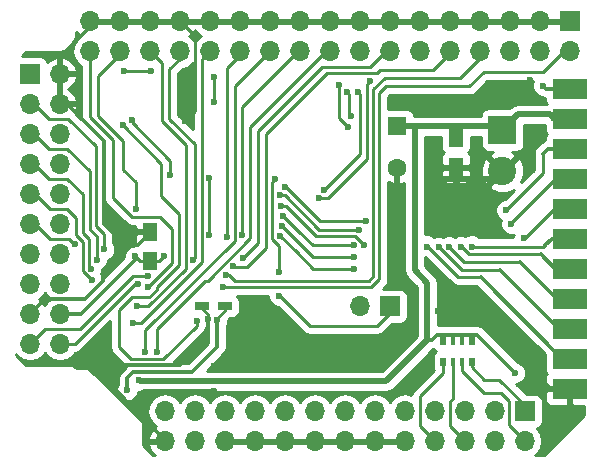
<source format=gbl>
G04 #@! TF.FileFunction,Copper,L2,Bot,Signal*
%FSLAX46Y46*%
G04 Gerber Fmt 4.6, Leading zero omitted, Abs format (unit mm)*
G04 Created by KiCad (PCBNEW 4.0.6) date Mon Aug 28 16:48:00 2017*
%MOMM*%
%LPD*%
G01*
G04 APERTURE LIST*
%ADD10C,0.100000*%
%ADD11C,2.400000*%
%ADD12R,2.400000X2.400000*%
%ADD13R,3.000000X1.700000*%
%ADD14R,1.250000X1.500000*%
%ADD15R,1.200000X0.750000*%
%ADD16R,1.600000X1.600000*%
%ADD17C,1.600000*%
%ADD18R,1.700000X1.700000*%
%ADD19O,1.700000X1.700000*%
%ADD20R,0.500000X0.800000*%
%ADD21R,0.400000X0.800000*%
%ADD22C,0.600000*%
%ADD23C,0.250000*%
%ADD24C,0.325000*%
%ADD25C,0.500000*%
%ADD26C,0.254000*%
G04 APERTURE END LIST*
D10*
D11*
X172085000Y-108585000D03*
D12*
X172085000Y-105085000D03*
D13*
X177800000Y-101600000D03*
X177800000Y-104140000D03*
X177800000Y-106680000D03*
X177800000Y-109220000D03*
X177800000Y-111760000D03*
X177800000Y-114300000D03*
X177800000Y-116840000D03*
X177800000Y-119380000D03*
X177800000Y-121920000D03*
X177800000Y-124460000D03*
X177800000Y-127000000D03*
D14*
X142240000Y-116205000D03*
X142240000Y-113705000D03*
D15*
X148585000Y-120015000D03*
X146685000Y-120015000D03*
D16*
X163195000Y-104775000D03*
D17*
X163195000Y-108275000D03*
D18*
X132080000Y-100330000D03*
D19*
X134620000Y-100330000D03*
X132080000Y-102870000D03*
X134620000Y-102870000D03*
X132080000Y-105410000D03*
X134620000Y-105410000D03*
X132080000Y-107950000D03*
X134620000Y-107950000D03*
X132080000Y-110490000D03*
X134620000Y-110490000D03*
X132080000Y-113030000D03*
X134620000Y-113030000D03*
X132080000Y-115570000D03*
X134620000Y-115570000D03*
X132080000Y-118110000D03*
X134620000Y-118110000D03*
X132080000Y-120650000D03*
X134620000Y-120650000D03*
X132080000Y-123190000D03*
X134620000Y-123190000D03*
D18*
X177800000Y-95885000D03*
D19*
X177800000Y-98425000D03*
X175260000Y-95885000D03*
X175260000Y-98425000D03*
X172720000Y-95885000D03*
X172720000Y-98425000D03*
X170180000Y-95885000D03*
X170180000Y-98425000D03*
X167640000Y-95885000D03*
X167640000Y-98425000D03*
X165100000Y-95885000D03*
X165100000Y-98425000D03*
X162560000Y-95885000D03*
X162560000Y-98425000D03*
X160020000Y-95885000D03*
X160020000Y-98425000D03*
X157480000Y-95885000D03*
X157480000Y-98425000D03*
X154940000Y-95885000D03*
X154940000Y-98425000D03*
X152400000Y-95885000D03*
X152400000Y-98425000D03*
X149860000Y-95885000D03*
X149860000Y-98425000D03*
X147320000Y-95885000D03*
X147320000Y-98425000D03*
X144780000Y-95885000D03*
X144780000Y-98425000D03*
X142240000Y-95885000D03*
X142240000Y-98425000D03*
X139700000Y-95885000D03*
X139700000Y-98425000D03*
X137160000Y-95885000D03*
X137160000Y-98425000D03*
D18*
X162560000Y-120015000D03*
D19*
X160020000Y-120015000D03*
D18*
X173990000Y-128905000D03*
D19*
X173990000Y-131445000D03*
X171450000Y-128905000D03*
X171450000Y-131445000D03*
X168910000Y-128905000D03*
X168910000Y-131445000D03*
X166370000Y-128905000D03*
X166370000Y-131445000D03*
X163830000Y-128905000D03*
X163830000Y-131445000D03*
X161290000Y-128905000D03*
X161290000Y-131445000D03*
X158750000Y-128905000D03*
X158750000Y-131445000D03*
X156210000Y-128905000D03*
X156210000Y-131445000D03*
X153670000Y-128905000D03*
X153670000Y-131445000D03*
X151130000Y-128905000D03*
X151130000Y-131445000D03*
X148590000Y-128905000D03*
X148590000Y-131445000D03*
X146050000Y-128905000D03*
X146050000Y-131445000D03*
X143510000Y-128905000D03*
X143510000Y-131445000D03*
D20*
X169475000Y-124725000D03*
D21*
X167875000Y-124725000D03*
X168675000Y-124725000D03*
D20*
X167075000Y-124725000D03*
D21*
X168675000Y-122925000D03*
D20*
X169475000Y-122925000D03*
D21*
X167875000Y-122925000D03*
D20*
X167075000Y-122925000D03*
D14*
X168148000Y-105747500D03*
X168148000Y-108247500D03*
D22*
X140017500Y-100076000D03*
X147701000Y-100647500D03*
X147256500Y-113982500D03*
X140335000Y-127127000D03*
X143446500Y-115760500D03*
X142367000Y-100076000D03*
X147701000Y-102743000D03*
X147256500Y-109156500D03*
X147955000Y-121221500D03*
X140970000Y-115760500D03*
X174434500Y-100901500D03*
X174434500Y-102743000D03*
X165862000Y-109220000D03*
X175062000Y-105735000D03*
X147637500Y-127190500D03*
X164528500Y-120459500D03*
X166624000Y-120459500D03*
X133921500Y-124904500D03*
X147637500Y-125095000D03*
X145224500Y-104330500D03*
X147129500Y-121094500D03*
X140843000Y-114871500D03*
X141351000Y-126301500D03*
X173164500Y-125666500D03*
X138366500Y-115189000D03*
X137731500Y-116078000D03*
X137287000Y-116840000D03*
X137350500Y-117792500D03*
X135890000Y-114744500D03*
X142113000Y-117475000D03*
X141224000Y-118110000D03*
X172402500Y-111887000D03*
X172847000Y-113030000D03*
X173926500Y-114236500D03*
X169545000Y-114998500D03*
X168592500Y-114998500D03*
X167576500Y-114998500D03*
X166687500Y-114998500D03*
X165671500Y-114998500D03*
X158940500Y-101854000D03*
X159258000Y-103886000D03*
X159004000Y-104838500D03*
X158242000Y-101282500D03*
X160528000Y-112839500D03*
X153670000Y-109918500D03*
X159956500Y-113538000D03*
X153225500Y-110617000D03*
X160401000Y-114871500D03*
X153352500Y-111569500D03*
X159512000Y-114871500D03*
X153543000Y-112395000D03*
X159512000Y-115824000D03*
X153416000Y-113220500D03*
X159512000Y-116840000D03*
X153289000Y-114046000D03*
X175514000Y-101346000D03*
X148463000Y-118427500D03*
X148653500Y-117348000D03*
X149288500Y-116586000D03*
X160909000Y-100965000D03*
X156527500Y-110871000D03*
X150114000Y-115951000D03*
X159829500Y-101854000D03*
X156972000Y-110172500D03*
X142811500Y-123888500D03*
X150050500Y-113982500D03*
X141859000Y-123888500D03*
X148780500Y-114173000D03*
X140779500Y-121412000D03*
X145923000Y-116078000D03*
X141160500Y-120015000D03*
X141033500Y-111823500D03*
X142113000Y-118364000D03*
X152844500Y-109220000D03*
X140716000Y-104267000D03*
X143954500Y-108902500D03*
X153162000Y-117094000D03*
X153162000Y-119126000D03*
X139954000Y-104711500D03*
X146240500Y-121285000D03*
D23*
X147955000Y-121221500D02*
X147955000Y-121031000D01*
X147955000Y-121031000D02*
X148585000Y-120401000D01*
X148585000Y-120401000D02*
X148585000Y-120015000D01*
X142367000Y-100076000D02*
X140017500Y-100076000D01*
X147701000Y-100647500D02*
X147701000Y-102743000D01*
X147256500Y-113982500D02*
X147256500Y-109156500D01*
D24*
X140335000Y-127127000D02*
X140335000Y-126111000D01*
X140335000Y-126111000D02*
X140843000Y-125603000D01*
X140843000Y-125603000D02*
X145796000Y-125603000D01*
X145796000Y-125603000D02*
X147955000Y-123444000D01*
X147955000Y-123444000D02*
X147955000Y-121221500D01*
D23*
X143446500Y-115760500D02*
X143002000Y-116205000D01*
X143002000Y-116205000D02*
X142240000Y-116205000D01*
D24*
X136398000Y-120650000D02*
X140970000Y-116078000D01*
X140970000Y-116078000D02*
X140970000Y-115760500D01*
X134620000Y-120650000D02*
X136398000Y-120650000D01*
D23*
X140970000Y-115760500D02*
X141414500Y-116205000D01*
X141414500Y-116205000D02*
X142240000Y-116205000D01*
D25*
X174434500Y-102743000D02*
X174434500Y-100901500D01*
D23*
X147129500Y-121094500D02*
X147129500Y-120713500D01*
X147129500Y-120713500D02*
X146685000Y-120269000D01*
X146685000Y-120269000D02*
X146685000Y-120015000D01*
D25*
X165925500Y-109283500D02*
X168148000Y-109283500D01*
X168148000Y-109283500D02*
X171386500Y-109283500D01*
X168148000Y-108247500D02*
X168148000Y-109283500D01*
D24*
X177800000Y-127000000D02*
X176212500Y-127000000D01*
X176212500Y-127000000D02*
X169672000Y-120459500D01*
X169672000Y-120459500D02*
X166624000Y-120459500D01*
D25*
X165862000Y-109220000D02*
X165925500Y-109283500D01*
X171386500Y-109283500D02*
X172085000Y-108585000D01*
X172085000Y-108585000D02*
X172212000Y-108585000D01*
X172212000Y-108585000D02*
X175062000Y-105735000D01*
X163195000Y-117475000D02*
X163195000Y-108275000D01*
D24*
X137731500Y-125158500D02*
X137731500Y-124968000D01*
X137731500Y-124968000D02*
X137795000Y-125031500D01*
X137795000Y-125031500D02*
X144780000Y-125031500D01*
X144780000Y-125031500D02*
X147129500Y-122682000D01*
X147129500Y-122682000D02*
X147129500Y-121094500D01*
D25*
X147637500Y-127190500D02*
X147574000Y-127254000D01*
X147574000Y-127254000D02*
X141732000Y-127254000D01*
X141732000Y-127254000D02*
X140589000Y-128397000D01*
X164528500Y-118681500D02*
X164528500Y-120459500D01*
X164528500Y-120459500D02*
X164528500Y-122047000D01*
X135826500Y-124904500D02*
X133921500Y-124904500D01*
X136080500Y-125158500D02*
X135826500Y-124904500D01*
D24*
X137731500Y-125539500D02*
X137731500Y-125158500D01*
D25*
X137731500Y-125158500D02*
X136080500Y-125158500D01*
D24*
X143510000Y-131318000D02*
X140589000Y-128397000D01*
X140589000Y-128397000D02*
X137731500Y-125539500D01*
D25*
X164528500Y-122047000D02*
X161480500Y-125095000D01*
X161480500Y-125095000D02*
X147637500Y-125095000D01*
X163322000Y-117475000D02*
X164528500Y-118681500D01*
X163195000Y-117475000D02*
X163322000Y-117475000D01*
D23*
X145224500Y-104330500D02*
X146050000Y-103505000D01*
X146050000Y-103505000D02*
X146050000Y-97155000D01*
X146050000Y-97155000D02*
X144780000Y-95885000D01*
D24*
X143510000Y-131445000D02*
X143510000Y-131318000D01*
X175260000Y-95885000D02*
X177800000Y-95885000D01*
X172720000Y-95885000D02*
X175260000Y-95885000D01*
X170180000Y-95885000D02*
X172720000Y-95885000D01*
X167640000Y-95885000D02*
X170180000Y-95885000D01*
X165100000Y-95885000D02*
X167640000Y-95885000D01*
X162560000Y-95885000D02*
X165100000Y-95885000D01*
X160020000Y-95885000D02*
X162560000Y-95885000D01*
X157480000Y-95885000D02*
X160020000Y-95885000D01*
X154940000Y-95885000D02*
X157480000Y-95885000D01*
X152400000Y-95885000D02*
X154940000Y-95885000D01*
X149860000Y-95885000D02*
X152400000Y-95885000D01*
X147320000Y-95885000D02*
X149860000Y-95885000D01*
X144780000Y-95885000D02*
X147320000Y-95885000D01*
X142240000Y-95885000D02*
X144780000Y-95885000D01*
X139700000Y-95885000D02*
X142240000Y-95885000D01*
X137160000Y-95885000D02*
X139700000Y-95885000D01*
X134620000Y-98933000D02*
X137160000Y-96393000D01*
X137160000Y-96393000D02*
X137160000Y-95885000D01*
X134620000Y-100330000D02*
X134620000Y-98933000D01*
X138366500Y-106045000D02*
X135191500Y-102870000D01*
X135191500Y-102870000D02*
X134620000Y-102870000D01*
X138366500Y-113030000D02*
X138366500Y-106045000D01*
X140208000Y-114871500D02*
X138366500Y-113030000D01*
X140843000Y-114871500D02*
X140208000Y-114871500D01*
D25*
X134620000Y-102870000D02*
X134620000Y-100330000D01*
D24*
X136779000Y-119380000D02*
X133350000Y-119380000D01*
X133350000Y-119380000D02*
X132080000Y-120650000D01*
X138303000Y-117856000D02*
X136779000Y-119380000D01*
X138303000Y-117284500D02*
X138303000Y-117856000D01*
X140716000Y-114871500D02*
X138303000Y-117284500D01*
X140843000Y-114871500D02*
X140716000Y-114871500D01*
D23*
X140906500Y-114808000D02*
X141137000Y-114808000D01*
X141137000Y-114808000D02*
X142240000Y-113705000D01*
X140843000Y-114871500D02*
X140906500Y-114808000D01*
D25*
X176085500Y-103759000D02*
X173411000Y-103759000D01*
X173411000Y-103759000D02*
X172085000Y-105085000D01*
X176466500Y-104140000D02*
X176085500Y-103759000D01*
X177800000Y-104140000D02*
X176466500Y-104140000D01*
X164655500Y-104775000D02*
X168084500Y-104775000D01*
X168084500Y-104775000D02*
X171775000Y-104775000D01*
X168148000Y-105747500D02*
X168148000Y-104838500D01*
X168148000Y-104838500D02*
X168084500Y-104775000D01*
X165735000Y-122872500D02*
X165735000Y-118046500D01*
X165735000Y-118046500D02*
X164655500Y-116967000D01*
X164655500Y-116967000D02*
X164655500Y-104775000D01*
X171775000Y-104775000D02*
X172085000Y-105085000D01*
X164655500Y-104775000D02*
X163195000Y-104775000D01*
X141351000Y-126301500D02*
X141414500Y-126365000D01*
X141414500Y-126365000D02*
X162242500Y-126365000D01*
X162242500Y-126365000D02*
X165735000Y-122872500D01*
D24*
X168592500Y-122428000D02*
X169418000Y-122428000D01*
X169418000Y-122428000D02*
X169926000Y-122428000D01*
D23*
X169475000Y-122925000D02*
X169475000Y-122485000D01*
X169475000Y-122485000D02*
X169418000Y-122428000D01*
D24*
X167894000Y-122428000D02*
X168592500Y-122428000D01*
D23*
X168675000Y-122925000D02*
X168675000Y-122510500D01*
X168675000Y-122510500D02*
X168592500Y-122428000D01*
D24*
X167068500Y-122428000D02*
X167894000Y-122428000D01*
D23*
X167875000Y-122925000D02*
X167875000Y-122447000D01*
X167875000Y-122447000D02*
X167894000Y-122428000D01*
D24*
X166560500Y-122428000D02*
X167068500Y-122428000D01*
D23*
X167075000Y-122925000D02*
X167075000Y-122434500D01*
X167075000Y-122434500D02*
X167068500Y-122428000D01*
D24*
X169926000Y-122428000D02*
X173164500Y-125666500D01*
X166116000Y-122872500D02*
X166560500Y-122428000D01*
X165735000Y-122872500D02*
X166116000Y-122872500D01*
D23*
X132080000Y-102870000D02*
X132461000Y-102870000D01*
X132461000Y-102870000D02*
X133731000Y-104140000D01*
X133731000Y-104140000D02*
X135318500Y-104140000D01*
X135318500Y-104140000D02*
X137668000Y-106489500D01*
X137668000Y-106489500D02*
X137668000Y-113220500D01*
X137668000Y-113220500D02*
X138366500Y-113919000D01*
X138366500Y-113919000D02*
X138366500Y-115189000D01*
X132080000Y-105410000D02*
X132461000Y-105410000D01*
X132461000Y-105410000D02*
X133731000Y-106680000D01*
X133731000Y-106680000D02*
X135255000Y-106680000D01*
X135255000Y-106680000D02*
X137160000Y-108585000D01*
X137160000Y-108585000D02*
X137160000Y-113538000D01*
X137160000Y-113538000D02*
X137731500Y-114109500D01*
X137731500Y-114109500D02*
X137731500Y-116078000D01*
X137287000Y-116840000D02*
X137096500Y-116649500D01*
X137096500Y-116649500D02*
X137096500Y-114363500D01*
X137096500Y-114363500D02*
X136588500Y-113855500D01*
X136588500Y-113855500D02*
X136588500Y-110553500D01*
X136588500Y-110553500D02*
X135255000Y-109220000D01*
X135255000Y-109220000D02*
X133667500Y-109220000D01*
X133667500Y-109220000D02*
X132397500Y-107950000D01*
X132397500Y-107950000D02*
X132080000Y-107950000D01*
X137350500Y-117792500D02*
X136588500Y-117030500D01*
X136588500Y-117030500D02*
X136588500Y-114554000D01*
X136588500Y-114554000D02*
X136017000Y-113982500D01*
X136017000Y-113982500D02*
X136017000Y-112522000D01*
X136017000Y-112522000D02*
X135255000Y-111760000D01*
X135255000Y-111760000D02*
X133794500Y-111760000D01*
X133794500Y-111760000D02*
X132524500Y-110490000D01*
X132524500Y-110490000D02*
X132080000Y-110490000D01*
X135890000Y-114744500D02*
X135826500Y-114744500D01*
X135826500Y-114744500D02*
X135382000Y-114300000D01*
X135382000Y-114300000D02*
X133794500Y-114300000D01*
X133794500Y-114300000D02*
X132524500Y-113030000D01*
X132524500Y-113030000D02*
X132080000Y-113030000D01*
X142113000Y-117475000D02*
X140779500Y-117475000D01*
X140779500Y-117475000D02*
X136334500Y-121920000D01*
X136334500Y-121920000D02*
X133350000Y-121920000D01*
X133350000Y-121920000D02*
X132080000Y-123190000D01*
X140970000Y-118110000D02*
X135890000Y-123190000D01*
X135890000Y-123190000D02*
X134620000Y-123190000D01*
X141224000Y-118110000D02*
X140970000Y-118110000D01*
D24*
X175514000Y-107124500D02*
X175958500Y-106680000D01*
X175958500Y-106680000D02*
X176085500Y-106680000D01*
X176085500Y-106680000D02*
X177800000Y-106680000D01*
D23*
X172402500Y-111887000D02*
X175514000Y-108775500D01*
X175514000Y-108775500D02*
X175514000Y-107124500D01*
D24*
X172847000Y-113030000D02*
X176657000Y-109220000D01*
D23*
X176657000Y-109220000D02*
X177800000Y-109220000D01*
X173926500Y-114236500D02*
X174053500Y-114236500D01*
D24*
X174053500Y-114236500D02*
X176530000Y-111760000D01*
D23*
X176530000Y-111760000D02*
X177800000Y-111760000D01*
X169545000Y-114998500D02*
X175577500Y-114998500D01*
X175577500Y-114998500D02*
X175704500Y-114871500D01*
D24*
X175704500Y-114871500D02*
X176276000Y-114300000D01*
X176276000Y-114300000D02*
X177800000Y-114300000D01*
X175323500Y-115633500D02*
X176530000Y-116840000D01*
D23*
X168592500Y-114998500D02*
X168656000Y-114998500D01*
X168656000Y-114998500D02*
X169291000Y-115633500D01*
X169291000Y-115633500D02*
X175323500Y-115633500D01*
X176530000Y-116840000D02*
X177800000Y-116840000D01*
X167576500Y-114998500D02*
X168846500Y-116268500D01*
X168846500Y-116268500D02*
X173609000Y-116268500D01*
D24*
X173609000Y-116268500D02*
X176720500Y-119380000D01*
D23*
X176720500Y-119380000D02*
X177800000Y-119380000D01*
X166687500Y-114998500D02*
X168656000Y-116967000D01*
X168656000Y-116967000D02*
X171894500Y-116967000D01*
D24*
X171894500Y-116967000D02*
X176847500Y-121920000D01*
D23*
X176847500Y-121920000D02*
X177800000Y-121920000D01*
X165671500Y-114998500D02*
X165798500Y-114998500D01*
X165798500Y-114998500D02*
X168338500Y-117538500D01*
X168338500Y-117538500D02*
X170243500Y-117538500D01*
D24*
X170243500Y-117538500D02*
X177165000Y-124460000D01*
D23*
X177165000Y-124460000D02*
X177800000Y-124460000D01*
X158940500Y-101854000D02*
X159131000Y-102044500D01*
X159131000Y-103759000D02*
X159258000Y-103886000D01*
X159131000Y-102044500D02*
X159131000Y-103759000D01*
X159004000Y-104838500D02*
X158242000Y-104076500D01*
X158242000Y-104076500D02*
X158242000Y-101282500D01*
X160528000Y-112839500D02*
X156654500Y-112839500D01*
X156654500Y-112839500D02*
X153733500Y-109918500D01*
X153733500Y-109918500D02*
X153670000Y-109918500D01*
X159956500Y-113538000D02*
X156591000Y-113538000D01*
X156591000Y-113538000D02*
X153670000Y-110617000D01*
X153670000Y-110617000D02*
X153543000Y-110617000D01*
X153543000Y-110617000D02*
X153225500Y-110617000D01*
X160401000Y-114871500D02*
X159639000Y-114109500D01*
X156337000Y-114109500D02*
X153797000Y-111569500D01*
X159639000Y-114109500D02*
X156337000Y-114109500D01*
X153797000Y-111569500D02*
X153352500Y-111569500D01*
X159512000Y-114871500D02*
X156019500Y-114871500D01*
X156019500Y-114871500D02*
X154876500Y-113728500D01*
X154876500Y-113728500D02*
X153543000Y-112395000D01*
X159512000Y-115824000D02*
X156019500Y-115824000D01*
X156019500Y-115824000D02*
X154749500Y-114554000D01*
X154749500Y-114554000D02*
X153416000Y-113220500D01*
X159512000Y-116840000D02*
X156083000Y-116840000D01*
X156083000Y-116840000D02*
X154622500Y-115379500D01*
X154622500Y-115379500D02*
X153289000Y-114046000D01*
D24*
X175514000Y-101346000D02*
X175768000Y-101600000D01*
X175768000Y-101600000D02*
X177800000Y-101600000D01*
D23*
X177800000Y-101600000D02*
X176657000Y-101600000D01*
X177800000Y-98425000D02*
X177292000Y-98425000D01*
X177292000Y-98425000D02*
X175514000Y-100203000D01*
X175514000Y-100203000D02*
X170497500Y-100203000D01*
X170497500Y-100203000D02*
X169291000Y-101409500D01*
X169291000Y-101409500D02*
X162242500Y-101409500D01*
X161671000Y-117729000D02*
X160972500Y-118427500D01*
X162242500Y-101409500D02*
X161671000Y-101981000D01*
X161671000Y-101981000D02*
X161671000Y-117729000D01*
X160972500Y-118427500D02*
X148463000Y-118427500D01*
X170180000Y-98425000D02*
X170180000Y-98996500D01*
X170180000Y-98996500D02*
X168465500Y-100711000D01*
X168465500Y-100711000D02*
X162115500Y-100711000D01*
X162115500Y-100711000D02*
X161163000Y-101663500D01*
X161163000Y-101663500D02*
X161163000Y-117475000D01*
X161163000Y-117475000D02*
X160782000Y-117856000D01*
X160782000Y-117856000D02*
X149479000Y-117856000D01*
X149479000Y-117856000D02*
X148971000Y-117348000D01*
X148971000Y-117348000D02*
X148653500Y-117348000D01*
X149288500Y-116586000D02*
X149415500Y-116713000D01*
X149415500Y-116713000D02*
X150431500Y-116713000D01*
X150431500Y-116713000D02*
X152082500Y-115062000D01*
X152082500Y-115062000D02*
X152082500Y-105410000D01*
X152082500Y-105410000D02*
X157226000Y-100266500D01*
X157226000Y-100266500D02*
X161480500Y-100266500D01*
X161480500Y-100266500D02*
X161734500Y-100012500D01*
X161734500Y-100012500D02*
X166179500Y-100012500D01*
X166179500Y-100012500D02*
X167640000Y-98552000D01*
X167640000Y-98552000D02*
X167640000Y-98425000D01*
X160909000Y-100965000D02*
X160591500Y-101282500D01*
X160591500Y-101282500D02*
X160591500Y-107569000D01*
X160591500Y-107569000D02*
X157289500Y-110871000D01*
X157289500Y-110871000D02*
X156527500Y-110871000D01*
X150114000Y-115951000D02*
X151384000Y-114681000D01*
X151384000Y-114681000D02*
X151384000Y-105156000D01*
X151384000Y-105156000D02*
X156781500Y-99758500D01*
X156781500Y-99758500D02*
X160909000Y-99758500D01*
X160909000Y-99758500D02*
X162242500Y-98425000D01*
X162242500Y-98425000D02*
X162560000Y-98425000D01*
X159829500Y-101854000D02*
X160020000Y-102044500D01*
X160020000Y-102044500D02*
X160020000Y-107124500D01*
X160020000Y-107124500D02*
X158242000Y-108902500D01*
X158242000Y-108902500D02*
X156972000Y-110172500D01*
X142811500Y-123888500D02*
X142811500Y-121983500D01*
X142811500Y-121983500D02*
X146939000Y-117856000D01*
X146939000Y-117856000D02*
X147129500Y-117856000D01*
X147129500Y-117856000D02*
X150749000Y-114236500D01*
X150749000Y-114236500D02*
X150749000Y-104838500D01*
X150749000Y-104838500D02*
X157162500Y-98425000D01*
X157162500Y-98425000D02*
X157480000Y-98425000D01*
X150050500Y-113982500D02*
X150050500Y-103187500D01*
X150050500Y-103187500D02*
X154813000Y-98425000D01*
X154813000Y-98425000D02*
X154940000Y-98425000D01*
X152400000Y-98425000D02*
X149415500Y-101409500D01*
X149415500Y-101409500D02*
X149415500Y-114490500D01*
X149415500Y-114490500D02*
X141859000Y-122047000D01*
X141859000Y-122047000D02*
X141859000Y-123888500D01*
X149860000Y-98425000D02*
X149860000Y-98742500D01*
X149860000Y-98742500D02*
X148780500Y-99822000D01*
X148780500Y-99822000D02*
X148780500Y-114173000D01*
X140779500Y-121412000D02*
X141478000Y-121412000D01*
X141478000Y-121412000D02*
X146621500Y-116268500D01*
X146621500Y-116268500D02*
X146621500Y-99123500D01*
X146621500Y-99123500D02*
X147320000Y-98425000D01*
X145923000Y-116078000D02*
X146050000Y-115951000D01*
X146050000Y-115951000D02*
X146050000Y-106299000D01*
X146050000Y-106299000D02*
X143891000Y-104140000D01*
X143891000Y-104140000D02*
X143891000Y-99949000D01*
X143891000Y-99949000D02*
X144780000Y-99060000D01*
X144780000Y-99060000D02*
X144780000Y-98425000D01*
X141160500Y-120015000D02*
X142113000Y-120015000D01*
X142113000Y-120015000D02*
X145288000Y-116840000D01*
X145288000Y-116840000D02*
X145288000Y-106362500D01*
X145288000Y-106362500D02*
X143256000Y-104330500D01*
X143256000Y-104330500D02*
X143256000Y-99441000D01*
X143256000Y-99441000D02*
X142240000Y-98425000D01*
X141033500Y-111823500D02*
X141033500Y-109537500D01*
X141033500Y-109537500D02*
X139954000Y-108458000D01*
X139954000Y-108458000D02*
X139954000Y-106045000D01*
X139954000Y-106045000D02*
X137858500Y-103949500D01*
X137858500Y-103949500D02*
X137858500Y-100520500D01*
X137858500Y-100520500D02*
X139700000Y-98679000D01*
X139700000Y-98679000D02*
X139700000Y-98425000D01*
X142113000Y-118364000D02*
X144145000Y-116332000D01*
X144145000Y-116332000D02*
X144145000Y-113474500D01*
X144145000Y-113474500D02*
X143129000Y-112458500D01*
X143129000Y-112458500D02*
X140716000Y-112458500D01*
X140716000Y-112458500D02*
X139128500Y-110871000D01*
X139128500Y-110871000D02*
X139128500Y-105981500D01*
X139128500Y-105981500D02*
X137160000Y-104013000D01*
X137160000Y-104013000D02*
X137160000Y-103505000D01*
X137160000Y-103505000D02*
X137160000Y-98425000D01*
X173990000Y-128905000D02*
X173990000Y-128397000D01*
X173990000Y-128397000D02*
X171831000Y-126238000D01*
X171831000Y-126238000D02*
X170561000Y-126238000D01*
X170561000Y-126238000D02*
X169475000Y-125152000D01*
X169475000Y-125152000D02*
X169475000Y-124725000D01*
X172656500Y-128079500D02*
X172656500Y-130111500D01*
X172656500Y-130111500D02*
X173990000Y-131445000D01*
X171958000Y-127381000D02*
X172656500Y-128079500D01*
X170561000Y-127381000D02*
X171958000Y-127381000D01*
X168675000Y-125495000D02*
X170561000Y-127381000D01*
X168675000Y-124725000D02*
X168675000Y-125495000D01*
X167640000Y-128079500D02*
X167640000Y-130175000D01*
X167640000Y-130175000D02*
X168910000Y-131445000D01*
X167875000Y-127844500D02*
X167640000Y-128079500D01*
X167875000Y-124725000D02*
X167875000Y-127844500D01*
X166370000Y-131445000D02*
X165100000Y-130175000D01*
X165100000Y-130175000D02*
X165100000Y-127635000D01*
X165100000Y-127635000D02*
X167075000Y-125660000D01*
X167075000Y-125660000D02*
X167075000Y-124725000D01*
X166370000Y-131445000D02*
X166370000Y-131254500D01*
X140716000Y-104267000D02*
X140716000Y-104457500D01*
X140716000Y-104457500D02*
X143954500Y-107696000D01*
X143954500Y-107696000D02*
X143954500Y-108902500D01*
X152844500Y-109220000D02*
X152590500Y-109474000D01*
X152590500Y-109474000D02*
X152590500Y-114363500D01*
X152590500Y-114363500D02*
X153162000Y-114935000D01*
X153162000Y-114935000D02*
X153162000Y-117094000D01*
X155765500Y-121666000D02*
X153225500Y-119126000D01*
X153225500Y-119126000D02*
X153162000Y-119126000D01*
X161480500Y-121666000D02*
X155765500Y-121666000D01*
X162560000Y-120586500D02*
X161480500Y-121666000D01*
X162560000Y-120015000D02*
X162560000Y-120586500D01*
X139954000Y-104711500D02*
X143192500Y-107950000D01*
X143192500Y-107950000D02*
X143192500Y-110680500D01*
X143192500Y-110680500D02*
X144716500Y-112204500D01*
X144716500Y-112204500D02*
X144716500Y-116522500D01*
X144716500Y-116522500D02*
X142811500Y-118427500D01*
X140652500Y-124523500D02*
X143383000Y-124523500D01*
X142811500Y-118427500D02*
X142811500Y-118618000D01*
X142811500Y-118618000D02*
X142176500Y-119253000D01*
X146240500Y-121666000D02*
X146240500Y-121285000D01*
X142176500Y-119253000D02*
X140716000Y-119253000D01*
X140716000Y-119253000D02*
X139636500Y-120332500D01*
X139636500Y-120332500D02*
X139636500Y-123507500D01*
X139636500Y-123507500D02*
X140652500Y-124523500D01*
X143383000Y-124523500D02*
X146240500Y-121666000D01*
D26*
G36*
X138876500Y-123507500D02*
X138934352Y-123798339D01*
X139099099Y-124044901D01*
X140115099Y-125060901D01*
X140200321Y-125117844D01*
X139771082Y-125547082D01*
X139598206Y-125805810D01*
X139537500Y-126111000D01*
X139537500Y-126609456D01*
X139400162Y-126940201D01*
X139399838Y-127312167D01*
X139541883Y-127655943D01*
X139804673Y-127919192D01*
X140148201Y-128061838D01*
X140520167Y-128062162D01*
X140863943Y-127920117D01*
X141127192Y-127657327D01*
X141269838Y-127313799D01*
X141269905Y-127236430D01*
X141346611Y-127236497D01*
X141414500Y-127250001D01*
X141414505Y-127250000D01*
X162242495Y-127250000D01*
X162242500Y-127250001D01*
X162524984Y-127193810D01*
X162581175Y-127182633D01*
X162868290Y-126990790D01*
X166207225Y-123651854D01*
X166272399Y-123638890D01*
X166360910Y-123776441D01*
X166430711Y-123824134D01*
X166373559Y-123860910D01*
X166228569Y-124073110D01*
X166177560Y-124325000D01*
X166177560Y-125125000D01*
X166221838Y-125360317D01*
X166252395Y-125407803D01*
X164562599Y-127097599D01*
X164397852Y-127344161D01*
X164367295Y-127497782D01*
X163830000Y-127390907D01*
X163261715Y-127503946D01*
X162779946Y-127825853D01*
X162560000Y-128155026D01*
X162340054Y-127825853D01*
X161858285Y-127503946D01*
X161290000Y-127390907D01*
X160721715Y-127503946D01*
X160239946Y-127825853D01*
X160020000Y-128155026D01*
X159800054Y-127825853D01*
X159318285Y-127503946D01*
X158750000Y-127390907D01*
X158181715Y-127503946D01*
X157699946Y-127825853D01*
X157480000Y-128155026D01*
X157260054Y-127825853D01*
X156778285Y-127503946D01*
X156210000Y-127390907D01*
X155641715Y-127503946D01*
X155159946Y-127825853D01*
X154940000Y-128155026D01*
X154720054Y-127825853D01*
X154238285Y-127503946D01*
X153670000Y-127390907D01*
X153101715Y-127503946D01*
X152619946Y-127825853D01*
X152400000Y-128155026D01*
X152180054Y-127825853D01*
X151698285Y-127503946D01*
X151130000Y-127390907D01*
X150561715Y-127503946D01*
X150079946Y-127825853D01*
X149860000Y-128155026D01*
X149640054Y-127825853D01*
X149158285Y-127503946D01*
X148590000Y-127390907D01*
X148021715Y-127503946D01*
X147539946Y-127825853D01*
X147320000Y-128155026D01*
X147100054Y-127825853D01*
X146618285Y-127503946D01*
X146050000Y-127390907D01*
X145481715Y-127503946D01*
X144999946Y-127825853D01*
X144780000Y-128155026D01*
X144560054Y-127825853D01*
X144078285Y-127503946D01*
X143510000Y-127390907D01*
X142941715Y-127503946D01*
X142459946Y-127825853D01*
X142138039Y-128307622D01*
X142025000Y-128875907D01*
X142025000Y-128934093D01*
X142138039Y-129502378D01*
X142459946Y-129984147D01*
X142743101Y-130173345D01*
X142743076Y-130173355D01*
X142314817Y-130563642D01*
X142068514Y-131088108D01*
X142189181Y-131318000D01*
X143383000Y-131318000D01*
X143383000Y-131298000D01*
X143637000Y-131298000D01*
X143637000Y-131318000D01*
X143657000Y-131318000D01*
X143657000Y-131572000D01*
X143637000Y-131572000D01*
X143637000Y-131592000D01*
X143383000Y-131592000D01*
X143383000Y-131572000D01*
X142189181Y-131572000D01*
X142068514Y-131801892D01*
X142314817Y-132326358D01*
X142658974Y-132640000D01*
X142534092Y-132640000D01*
X141680000Y-131785908D01*
X141680000Y-130175000D01*
X141625954Y-129903295D01*
X141472046Y-129672954D01*
X137027046Y-125227954D01*
X136796705Y-125074046D01*
X136525000Y-125020000D01*
X131739092Y-125020000D01*
X130885000Y-124165908D01*
X130885000Y-124066667D01*
X131000853Y-124240054D01*
X131482622Y-124561961D01*
X132050907Y-124675000D01*
X132109093Y-124675000D01*
X132677378Y-124561961D01*
X133159147Y-124240054D01*
X133350000Y-123954422D01*
X133540853Y-124240054D01*
X134022622Y-124561961D01*
X134590907Y-124675000D01*
X134649093Y-124675000D01*
X135217378Y-124561961D01*
X135699147Y-124240054D01*
X135893407Y-123949322D01*
X136180839Y-123892148D01*
X136427401Y-123727401D01*
X138876500Y-121278302D01*
X138876500Y-123507500D01*
X138876500Y-123507500D01*
G37*
X138876500Y-123507500D02*
X138934352Y-123798339D01*
X139099099Y-124044901D01*
X140115099Y-125060901D01*
X140200321Y-125117844D01*
X139771082Y-125547082D01*
X139598206Y-125805810D01*
X139537500Y-126111000D01*
X139537500Y-126609456D01*
X139400162Y-126940201D01*
X139399838Y-127312167D01*
X139541883Y-127655943D01*
X139804673Y-127919192D01*
X140148201Y-128061838D01*
X140520167Y-128062162D01*
X140863943Y-127920117D01*
X141127192Y-127657327D01*
X141269838Y-127313799D01*
X141269905Y-127236430D01*
X141346611Y-127236497D01*
X141414500Y-127250001D01*
X141414505Y-127250000D01*
X162242495Y-127250000D01*
X162242500Y-127250001D01*
X162524984Y-127193810D01*
X162581175Y-127182633D01*
X162868290Y-126990790D01*
X166207225Y-123651854D01*
X166272399Y-123638890D01*
X166360910Y-123776441D01*
X166430711Y-123824134D01*
X166373559Y-123860910D01*
X166228569Y-124073110D01*
X166177560Y-124325000D01*
X166177560Y-125125000D01*
X166221838Y-125360317D01*
X166252395Y-125407803D01*
X164562599Y-127097599D01*
X164397852Y-127344161D01*
X164367295Y-127497782D01*
X163830000Y-127390907D01*
X163261715Y-127503946D01*
X162779946Y-127825853D01*
X162560000Y-128155026D01*
X162340054Y-127825853D01*
X161858285Y-127503946D01*
X161290000Y-127390907D01*
X160721715Y-127503946D01*
X160239946Y-127825853D01*
X160020000Y-128155026D01*
X159800054Y-127825853D01*
X159318285Y-127503946D01*
X158750000Y-127390907D01*
X158181715Y-127503946D01*
X157699946Y-127825853D01*
X157480000Y-128155026D01*
X157260054Y-127825853D01*
X156778285Y-127503946D01*
X156210000Y-127390907D01*
X155641715Y-127503946D01*
X155159946Y-127825853D01*
X154940000Y-128155026D01*
X154720054Y-127825853D01*
X154238285Y-127503946D01*
X153670000Y-127390907D01*
X153101715Y-127503946D01*
X152619946Y-127825853D01*
X152400000Y-128155026D01*
X152180054Y-127825853D01*
X151698285Y-127503946D01*
X151130000Y-127390907D01*
X150561715Y-127503946D01*
X150079946Y-127825853D01*
X149860000Y-128155026D01*
X149640054Y-127825853D01*
X149158285Y-127503946D01*
X148590000Y-127390907D01*
X148021715Y-127503946D01*
X147539946Y-127825853D01*
X147320000Y-128155026D01*
X147100054Y-127825853D01*
X146618285Y-127503946D01*
X146050000Y-127390907D01*
X145481715Y-127503946D01*
X144999946Y-127825853D01*
X144780000Y-128155026D01*
X144560054Y-127825853D01*
X144078285Y-127503946D01*
X143510000Y-127390907D01*
X142941715Y-127503946D01*
X142459946Y-127825853D01*
X142138039Y-128307622D01*
X142025000Y-128875907D01*
X142025000Y-128934093D01*
X142138039Y-129502378D01*
X142459946Y-129984147D01*
X142743101Y-130173345D01*
X142743076Y-130173355D01*
X142314817Y-130563642D01*
X142068514Y-131088108D01*
X142189181Y-131318000D01*
X143383000Y-131318000D01*
X143383000Y-131298000D01*
X143637000Y-131298000D01*
X143637000Y-131318000D01*
X143657000Y-131318000D01*
X143657000Y-131572000D01*
X143637000Y-131572000D01*
X143637000Y-131592000D01*
X143383000Y-131592000D01*
X143383000Y-131572000D01*
X142189181Y-131572000D01*
X142068514Y-131801892D01*
X142314817Y-132326358D01*
X142658974Y-132640000D01*
X142534092Y-132640000D01*
X141680000Y-131785908D01*
X141680000Y-130175000D01*
X141625954Y-129903295D01*
X141472046Y-129672954D01*
X137027046Y-125227954D01*
X136796705Y-125074046D01*
X136525000Y-125020000D01*
X131739092Y-125020000D01*
X130885000Y-124165908D01*
X130885000Y-124066667D01*
X131000853Y-124240054D01*
X131482622Y-124561961D01*
X132050907Y-124675000D01*
X132109093Y-124675000D01*
X132677378Y-124561961D01*
X133159147Y-124240054D01*
X133350000Y-123954422D01*
X133540853Y-124240054D01*
X134022622Y-124561961D01*
X134590907Y-124675000D01*
X134649093Y-124675000D01*
X135217378Y-124561961D01*
X135699147Y-124240054D01*
X135893407Y-123949322D01*
X136180839Y-123892148D01*
X136427401Y-123727401D01*
X138876500Y-121278302D01*
X138876500Y-123507500D01*
G36*
X167801099Y-118075901D02*
X168047661Y-118240648D01*
X168338500Y-118298500D01*
X169875664Y-118298500D01*
X175652560Y-124075396D01*
X175652560Y-125310000D01*
X175696838Y-125545317D01*
X175818143Y-125733831D01*
X175761673Y-125790301D01*
X175665000Y-126023690D01*
X175665000Y-126714250D01*
X175823750Y-126873000D01*
X177673000Y-126873000D01*
X177673000Y-126853000D01*
X177927000Y-126853000D01*
X177927000Y-126873000D01*
X177947000Y-126873000D01*
X177947000Y-127127000D01*
X177927000Y-127127000D01*
X177927000Y-128326250D01*
X178085750Y-128485000D01*
X178995000Y-128485000D01*
X178995000Y-129245908D01*
X175600908Y-132640000D01*
X174866667Y-132640000D01*
X175040054Y-132524147D01*
X175361961Y-132042378D01*
X175475000Y-131474093D01*
X175475000Y-131415907D01*
X175361961Y-130847622D01*
X175040054Y-130365853D01*
X175038821Y-130365029D01*
X175075317Y-130358162D01*
X175291441Y-130219090D01*
X175436431Y-130006890D01*
X175487440Y-129755000D01*
X175487440Y-128055000D01*
X175443162Y-127819683D01*
X175304090Y-127603559D01*
X175091890Y-127458569D01*
X174840000Y-127407560D01*
X174075362Y-127407560D01*
X173953552Y-127285750D01*
X175665000Y-127285750D01*
X175665000Y-127976310D01*
X175761673Y-128209699D01*
X175940302Y-128388327D01*
X176173691Y-128485000D01*
X177514250Y-128485000D01*
X177673000Y-128326250D01*
X177673000Y-127127000D01*
X175823750Y-127127000D01*
X175665000Y-127285750D01*
X173953552Y-127285750D01*
X173269394Y-126601592D01*
X173349667Y-126601662D01*
X173693443Y-126459617D01*
X173956692Y-126196827D01*
X174099338Y-125853299D01*
X174099662Y-125481333D01*
X173957617Y-125137557D01*
X173694827Y-124874308D01*
X173361898Y-124736063D01*
X170489918Y-121864082D01*
X170231190Y-121691206D01*
X169926000Y-121630500D01*
X166620000Y-121630500D01*
X166620000Y-118046505D01*
X166620001Y-118046500D01*
X166552634Y-117707826D01*
X166480587Y-117600000D01*
X166360790Y-117420710D01*
X166360787Y-117420708D01*
X165540500Y-116600420D01*
X165540500Y-115815302D01*
X167801099Y-118075901D01*
X167801099Y-118075901D01*
G37*
X167801099Y-118075901D02*
X168047661Y-118240648D01*
X168338500Y-118298500D01*
X169875664Y-118298500D01*
X175652560Y-124075396D01*
X175652560Y-125310000D01*
X175696838Y-125545317D01*
X175818143Y-125733831D01*
X175761673Y-125790301D01*
X175665000Y-126023690D01*
X175665000Y-126714250D01*
X175823750Y-126873000D01*
X177673000Y-126873000D01*
X177673000Y-126853000D01*
X177927000Y-126853000D01*
X177927000Y-126873000D01*
X177947000Y-126873000D01*
X177947000Y-127127000D01*
X177927000Y-127127000D01*
X177927000Y-128326250D01*
X178085750Y-128485000D01*
X178995000Y-128485000D01*
X178995000Y-129245908D01*
X175600908Y-132640000D01*
X174866667Y-132640000D01*
X175040054Y-132524147D01*
X175361961Y-132042378D01*
X175475000Y-131474093D01*
X175475000Y-131415907D01*
X175361961Y-130847622D01*
X175040054Y-130365853D01*
X175038821Y-130365029D01*
X175075317Y-130358162D01*
X175291441Y-130219090D01*
X175436431Y-130006890D01*
X175487440Y-129755000D01*
X175487440Y-128055000D01*
X175443162Y-127819683D01*
X175304090Y-127603559D01*
X175091890Y-127458569D01*
X174840000Y-127407560D01*
X174075362Y-127407560D01*
X173953552Y-127285750D01*
X175665000Y-127285750D01*
X175665000Y-127976310D01*
X175761673Y-128209699D01*
X175940302Y-128388327D01*
X176173691Y-128485000D01*
X177514250Y-128485000D01*
X177673000Y-128326250D01*
X177673000Y-127127000D01*
X175823750Y-127127000D01*
X175665000Y-127285750D01*
X173953552Y-127285750D01*
X173269394Y-126601592D01*
X173349667Y-126601662D01*
X173693443Y-126459617D01*
X173956692Y-126196827D01*
X174099338Y-125853299D01*
X174099662Y-125481333D01*
X173957617Y-125137557D01*
X173694827Y-124874308D01*
X173361898Y-124736063D01*
X170489918Y-121864082D01*
X170231190Y-121691206D01*
X169926000Y-121630500D01*
X166620000Y-121630500D01*
X166620000Y-118046505D01*
X166620001Y-118046500D01*
X166552634Y-117707826D01*
X166480587Y-117600000D01*
X166360790Y-117420710D01*
X166360787Y-117420708D01*
X165540500Y-116600420D01*
X165540500Y-115815302D01*
X167801099Y-118075901D01*
G36*
X148717000Y-131318000D02*
X151003000Y-131318000D01*
X151003000Y-131298000D01*
X151257000Y-131298000D01*
X151257000Y-131318000D01*
X153543000Y-131318000D01*
X153543000Y-131298000D01*
X153797000Y-131298000D01*
X153797000Y-131318000D01*
X156083000Y-131318000D01*
X156083000Y-131298000D01*
X156337000Y-131298000D01*
X156337000Y-131318000D01*
X158623000Y-131318000D01*
X158623000Y-131298000D01*
X158877000Y-131298000D01*
X158877000Y-131318000D01*
X161163000Y-131318000D01*
X161163000Y-131298000D01*
X161417000Y-131298000D01*
X161417000Y-131318000D01*
X163703000Y-131318000D01*
X163703000Y-131298000D01*
X163957000Y-131298000D01*
X163957000Y-131318000D01*
X163977000Y-131318000D01*
X163977000Y-131572000D01*
X163957000Y-131572000D01*
X163957000Y-131592000D01*
X163703000Y-131592000D01*
X163703000Y-131572000D01*
X161417000Y-131572000D01*
X161417000Y-131592000D01*
X161163000Y-131592000D01*
X161163000Y-131572000D01*
X158877000Y-131572000D01*
X158877000Y-131592000D01*
X158623000Y-131592000D01*
X158623000Y-131572000D01*
X156337000Y-131572000D01*
X156337000Y-131592000D01*
X156083000Y-131592000D01*
X156083000Y-131572000D01*
X153797000Y-131572000D01*
X153797000Y-131592000D01*
X153543000Y-131592000D01*
X153543000Y-131572000D01*
X151257000Y-131572000D01*
X151257000Y-131592000D01*
X151003000Y-131592000D01*
X151003000Y-131572000D01*
X148717000Y-131572000D01*
X148717000Y-131592000D01*
X148463000Y-131592000D01*
X148463000Y-131572000D01*
X148443000Y-131572000D01*
X148443000Y-131318000D01*
X148463000Y-131318000D01*
X148463000Y-131298000D01*
X148717000Y-131298000D01*
X148717000Y-131318000D01*
X148717000Y-131318000D01*
G37*
X148717000Y-131318000D02*
X151003000Y-131318000D01*
X151003000Y-131298000D01*
X151257000Y-131298000D01*
X151257000Y-131318000D01*
X153543000Y-131318000D01*
X153543000Y-131298000D01*
X153797000Y-131298000D01*
X153797000Y-131318000D01*
X156083000Y-131318000D01*
X156083000Y-131298000D01*
X156337000Y-131298000D01*
X156337000Y-131318000D01*
X158623000Y-131318000D01*
X158623000Y-131298000D01*
X158877000Y-131298000D01*
X158877000Y-131318000D01*
X161163000Y-131318000D01*
X161163000Y-131298000D01*
X161417000Y-131298000D01*
X161417000Y-131318000D01*
X163703000Y-131318000D01*
X163703000Y-131298000D01*
X163957000Y-131298000D01*
X163957000Y-131318000D01*
X163977000Y-131318000D01*
X163977000Y-131572000D01*
X163957000Y-131572000D01*
X163957000Y-131592000D01*
X163703000Y-131592000D01*
X163703000Y-131572000D01*
X161417000Y-131572000D01*
X161417000Y-131592000D01*
X161163000Y-131592000D01*
X161163000Y-131572000D01*
X158877000Y-131572000D01*
X158877000Y-131592000D01*
X158623000Y-131592000D01*
X158623000Y-131572000D01*
X156337000Y-131572000D01*
X156337000Y-131592000D01*
X156083000Y-131592000D01*
X156083000Y-131572000D01*
X153797000Y-131572000D01*
X153797000Y-131592000D01*
X153543000Y-131592000D01*
X153543000Y-131572000D01*
X151257000Y-131572000D01*
X151257000Y-131592000D01*
X151003000Y-131592000D01*
X151003000Y-131572000D01*
X148717000Y-131572000D01*
X148717000Y-131592000D01*
X148463000Y-131592000D01*
X148463000Y-131572000D01*
X148443000Y-131572000D01*
X148443000Y-131318000D01*
X148463000Y-131318000D01*
X148463000Y-131298000D01*
X148717000Y-131298000D01*
X148717000Y-131318000D01*
G36*
X162440995Y-109528864D02*
X162978223Y-109721965D01*
X163548454Y-109694778D01*
X163770500Y-109602803D01*
X163770500Y-116966995D01*
X163770499Y-116967000D01*
X163809454Y-117162833D01*
X163837867Y-117305675D01*
X164011248Y-117565160D01*
X164029710Y-117592790D01*
X164850000Y-118413079D01*
X164850000Y-122505921D01*
X161875920Y-125480000D01*
X147046836Y-125480000D01*
X148518918Y-124007918D01*
X148691794Y-123749190D01*
X148752500Y-123444000D01*
X148752500Y-121739044D01*
X148889838Y-121408299D01*
X148890045Y-121170757D01*
X149023362Y-121037440D01*
X149185000Y-121037440D01*
X149420317Y-120993162D01*
X149636441Y-120854090D01*
X149781431Y-120641890D01*
X149832440Y-120390000D01*
X149832440Y-119640000D01*
X149788162Y-119404683D01*
X149649090Y-119188559D01*
X149647540Y-119187500D01*
X152226946Y-119187500D01*
X152226838Y-119311167D01*
X152368883Y-119654943D01*
X152631673Y-119918192D01*
X152975201Y-120060838D01*
X153085632Y-120060934D01*
X155228099Y-122203401D01*
X155474660Y-122368148D01*
X155522914Y-122377746D01*
X155765500Y-122426000D01*
X161480500Y-122426000D01*
X161771339Y-122368148D01*
X162017901Y-122203401D01*
X162708862Y-121512440D01*
X163410000Y-121512440D01*
X163645317Y-121468162D01*
X163861441Y-121329090D01*
X164006431Y-121116890D01*
X164057440Y-120865000D01*
X164057440Y-119165000D01*
X164013162Y-118929683D01*
X163874090Y-118713559D01*
X163661890Y-118568569D01*
X163410000Y-118517560D01*
X161957242Y-118517560D01*
X162208401Y-118266401D01*
X162373148Y-118019840D01*
X162431000Y-117729000D01*
X162431000Y-109495681D01*
X162440995Y-109528864D01*
X162440995Y-109528864D01*
G37*
X162440995Y-109528864D02*
X162978223Y-109721965D01*
X163548454Y-109694778D01*
X163770500Y-109602803D01*
X163770500Y-116966995D01*
X163770499Y-116967000D01*
X163809454Y-117162833D01*
X163837867Y-117305675D01*
X164011248Y-117565160D01*
X164029710Y-117592790D01*
X164850000Y-118413079D01*
X164850000Y-122505921D01*
X161875920Y-125480000D01*
X147046836Y-125480000D01*
X148518918Y-124007918D01*
X148691794Y-123749190D01*
X148752500Y-123444000D01*
X148752500Y-121739044D01*
X148889838Y-121408299D01*
X148890045Y-121170757D01*
X149023362Y-121037440D01*
X149185000Y-121037440D01*
X149420317Y-120993162D01*
X149636441Y-120854090D01*
X149781431Y-120641890D01*
X149832440Y-120390000D01*
X149832440Y-119640000D01*
X149788162Y-119404683D01*
X149649090Y-119188559D01*
X149647540Y-119187500D01*
X152226946Y-119187500D01*
X152226838Y-119311167D01*
X152368883Y-119654943D01*
X152631673Y-119918192D01*
X152975201Y-120060838D01*
X153085632Y-120060934D01*
X155228099Y-122203401D01*
X155474660Y-122368148D01*
X155522914Y-122377746D01*
X155765500Y-122426000D01*
X161480500Y-122426000D01*
X161771339Y-122368148D01*
X162017901Y-122203401D01*
X162708862Y-121512440D01*
X163410000Y-121512440D01*
X163645317Y-121468162D01*
X163861441Y-121329090D01*
X164006431Y-121116890D01*
X164057440Y-120865000D01*
X164057440Y-119165000D01*
X164013162Y-118929683D01*
X163874090Y-118713559D01*
X163661890Y-118568569D01*
X163410000Y-118517560D01*
X161957242Y-118517560D01*
X162208401Y-118266401D01*
X162373148Y-118019840D01*
X162431000Y-117729000D01*
X162431000Y-109495681D01*
X162440995Y-109528864D01*
G36*
X147157500Y-121739835D02*
X147157500Y-123113664D01*
X145465664Y-124805500D01*
X144175802Y-124805500D01*
X146777901Y-122203401D01*
X146942648Y-121956840D01*
X146955461Y-121892423D01*
X147032692Y-121815327D01*
X147110885Y-121627018D01*
X147157500Y-121739835D01*
X147157500Y-121739835D01*
G37*
X147157500Y-121739835D02*
X147157500Y-123113664D01*
X145465664Y-124805500D01*
X144175802Y-124805500D01*
X146777901Y-122203401D01*
X146942648Y-121956840D01*
X146955461Y-121892423D01*
X147032692Y-121815327D01*
X147110885Y-121627018D01*
X147157500Y-121739835D01*
G36*
X132207000Y-120523000D02*
X132227000Y-120523000D01*
X132227000Y-120777000D01*
X132207000Y-120777000D01*
X132207000Y-120797000D01*
X131953000Y-120797000D01*
X131953000Y-120777000D01*
X131933000Y-120777000D01*
X131933000Y-120523000D01*
X131953000Y-120523000D01*
X131953000Y-120503000D01*
X132207000Y-120503000D01*
X132207000Y-120523000D01*
X132207000Y-120523000D01*
G37*
X132207000Y-120523000D02*
X132227000Y-120523000D01*
X132227000Y-120777000D01*
X132207000Y-120777000D01*
X132207000Y-120797000D01*
X131953000Y-120797000D01*
X131953000Y-120777000D01*
X131933000Y-120777000D01*
X131933000Y-120523000D01*
X131953000Y-120523000D01*
X131953000Y-120503000D01*
X132207000Y-120503000D01*
X132207000Y-120523000D01*
G36*
X146812000Y-119888000D02*
X146832000Y-119888000D01*
X146832000Y-120142000D01*
X146812000Y-120142000D01*
X146812000Y-120162000D01*
X146558000Y-120162000D01*
X146558000Y-120142000D01*
X146538000Y-120142000D01*
X146538000Y-119888000D01*
X146558000Y-119888000D01*
X146558000Y-119868000D01*
X146812000Y-119868000D01*
X146812000Y-119888000D01*
X146812000Y-119888000D01*
G37*
X146812000Y-119888000D02*
X146832000Y-119888000D01*
X146832000Y-120142000D01*
X146812000Y-120142000D01*
X146812000Y-120162000D01*
X146558000Y-120162000D01*
X146558000Y-120142000D01*
X146538000Y-120142000D01*
X146538000Y-119888000D01*
X146558000Y-119888000D01*
X146558000Y-119868000D01*
X146812000Y-119868000D01*
X146812000Y-119888000D01*
G36*
X133540853Y-119160054D02*
X133870026Y-119380000D01*
X133540853Y-119599946D01*
X133351655Y-119883101D01*
X133351645Y-119883076D01*
X132961358Y-119454817D01*
X132818447Y-119387702D01*
X133159147Y-119160054D01*
X133350000Y-118874422D01*
X133540853Y-119160054D01*
X133540853Y-119160054D01*
G37*
X133540853Y-119160054D02*
X133870026Y-119380000D01*
X133540853Y-119599946D01*
X133351655Y-119883101D01*
X133351645Y-119883076D01*
X132961358Y-119454817D01*
X132818447Y-119387702D01*
X133159147Y-119160054D01*
X133350000Y-118874422D01*
X133540853Y-119160054D01*
G36*
X138591099Y-111408401D02*
X140178599Y-112995901D01*
X140425161Y-113160648D01*
X140716000Y-113218500D01*
X140980000Y-113218500D01*
X140980000Y-113419250D01*
X141138750Y-113578000D01*
X142113000Y-113578000D01*
X142113000Y-113558000D01*
X142367000Y-113558000D01*
X142367000Y-113578000D01*
X142387000Y-113578000D01*
X142387000Y-113832000D01*
X142367000Y-113832000D01*
X142367000Y-113852000D01*
X142113000Y-113852000D01*
X142113000Y-113832000D01*
X141138750Y-113832000D01*
X140980000Y-113990750D01*
X140980000Y-114581309D01*
X141076673Y-114814698D01*
X141087577Y-114825602D01*
X140784833Y-114825338D01*
X140441057Y-114967383D01*
X140177808Y-115230173D01*
X140035162Y-115573701D01*
X140034891Y-115885274D01*
X138285638Y-117634526D01*
X138285662Y-117607333D01*
X138143617Y-117263557D01*
X138129429Y-117249344D01*
X138221838Y-117026799D01*
X138221960Y-116887018D01*
X138260443Y-116871117D01*
X138523692Y-116608327D01*
X138666338Y-116264799D01*
X138666502Y-116076713D01*
X138895443Y-115982117D01*
X139158692Y-115719327D01*
X139301338Y-115375799D01*
X139301662Y-115003833D01*
X139159617Y-114660057D01*
X139126500Y-114626882D01*
X139126500Y-113919000D01*
X139113143Y-113851852D01*
X139068648Y-113628160D01*
X138903901Y-113381599D01*
X138428000Y-112905698D01*
X138428000Y-111164305D01*
X138591099Y-111408401D01*
X138591099Y-111408401D01*
G37*
X138591099Y-111408401D02*
X140178599Y-112995901D01*
X140425161Y-113160648D01*
X140716000Y-113218500D01*
X140980000Y-113218500D01*
X140980000Y-113419250D01*
X141138750Y-113578000D01*
X142113000Y-113578000D01*
X142113000Y-113558000D01*
X142367000Y-113558000D01*
X142367000Y-113578000D01*
X142387000Y-113578000D01*
X142387000Y-113832000D01*
X142367000Y-113832000D01*
X142367000Y-113852000D01*
X142113000Y-113852000D01*
X142113000Y-113832000D01*
X141138750Y-113832000D01*
X140980000Y-113990750D01*
X140980000Y-114581309D01*
X141076673Y-114814698D01*
X141087577Y-114825602D01*
X140784833Y-114825338D01*
X140441057Y-114967383D01*
X140177808Y-115230173D01*
X140035162Y-115573701D01*
X140034891Y-115885274D01*
X138285638Y-117634526D01*
X138285662Y-117607333D01*
X138143617Y-117263557D01*
X138129429Y-117249344D01*
X138221838Y-117026799D01*
X138221960Y-116887018D01*
X138260443Y-116871117D01*
X138523692Y-116608327D01*
X138666338Y-116264799D01*
X138666502Y-116076713D01*
X138895443Y-115982117D01*
X139158692Y-115719327D01*
X139301338Y-115375799D01*
X139301662Y-115003833D01*
X139159617Y-114660057D01*
X139126500Y-114626882D01*
X139126500Y-113919000D01*
X139113143Y-113851852D01*
X139068648Y-113628160D01*
X138903901Y-113381599D01*
X138428000Y-112905698D01*
X138428000Y-111164305D01*
X138591099Y-111408401D01*
G36*
X175652560Y-104990000D02*
X175696838Y-105225317D01*
X175817015Y-105412077D01*
X175703569Y-105578110D01*
X175652560Y-105830000D01*
X175652560Y-105943707D01*
X175394582Y-106116082D01*
X174950082Y-106560582D01*
X174777206Y-106819310D01*
X174716500Y-107124500D01*
X174754000Y-107313025D01*
X174754000Y-108460697D01*
X173691040Y-109523657D01*
X173929707Y-108897266D01*
X173908786Y-108167557D01*
X173669788Y-107590565D01*
X173382175Y-107467430D01*
X172264605Y-108585000D01*
X172278748Y-108599143D01*
X172099143Y-108778748D01*
X172085000Y-108764605D01*
X170967430Y-109882175D01*
X171090565Y-110169788D01*
X171772734Y-110429707D01*
X172502443Y-110408786D01*
X173020496Y-110194201D01*
X172262820Y-110951878D01*
X172217333Y-110951838D01*
X171873557Y-111093883D01*
X171610308Y-111356673D01*
X171467662Y-111700201D01*
X171467338Y-112072167D01*
X171609383Y-112415943D01*
X171872173Y-112679192D01*
X171964368Y-112717475D01*
X171912162Y-112843201D01*
X171911838Y-113215167D01*
X172053883Y-113558943D01*
X172316673Y-113822192D01*
X172660201Y-113964838D01*
X173026768Y-113965157D01*
X172991662Y-114049701D01*
X172991608Y-114111500D01*
X170043963Y-114111500D01*
X170011827Y-114079308D01*
X169668299Y-113936662D01*
X169296333Y-113936338D01*
X168952557Y-114078383D01*
X168938344Y-114092571D01*
X168715799Y-114000162D01*
X168343833Y-113999838D01*
X168052457Y-114120232D01*
X167763299Y-114000162D01*
X167391333Y-113999838D01*
X167055135Y-114138752D01*
X166874299Y-114063662D01*
X166502333Y-114063338D01*
X166278294Y-114155909D01*
X166201827Y-114079308D01*
X165858299Y-113936662D01*
X165540500Y-113936385D01*
X165540500Y-108533250D01*
X166888000Y-108533250D01*
X166888000Y-109123809D01*
X166984673Y-109357198D01*
X167163301Y-109535827D01*
X167396690Y-109632500D01*
X167862250Y-109632500D01*
X168021000Y-109473750D01*
X168021000Y-108374500D01*
X168275000Y-108374500D01*
X168275000Y-109473750D01*
X168433750Y-109632500D01*
X168899310Y-109632500D01*
X169132699Y-109535827D01*
X169311327Y-109357198D01*
X169408000Y-109123809D01*
X169408000Y-108533250D01*
X169249250Y-108374500D01*
X168275000Y-108374500D01*
X168021000Y-108374500D01*
X167046750Y-108374500D01*
X166888000Y-108533250D01*
X165540500Y-108533250D01*
X165540500Y-108272734D01*
X170240293Y-108272734D01*
X170261214Y-109002443D01*
X170500212Y-109579435D01*
X170787825Y-109702570D01*
X171905395Y-108585000D01*
X170787825Y-107467430D01*
X170500212Y-107590565D01*
X170240293Y-108272734D01*
X165540500Y-108272734D01*
X165540500Y-105660000D01*
X166875560Y-105660000D01*
X166875560Y-106497500D01*
X166919838Y-106732817D01*
X167058910Y-106948941D01*
X167127006Y-106995469D01*
X166984673Y-107137802D01*
X166888000Y-107371191D01*
X166888000Y-107961750D01*
X167046750Y-108120500D01*
X168021000Y-108120500D01*
X168021000Y-108100500D01*
X168275000Y-108100500D01*
X168275000Y-108120500D01*
X169249250Y-108120500D01*
X169408000Y-107961750D01*
X169408000Y-107371191D01*
X169311327Y-107137802D01*
X169170090Y-106996564D01*
X169224441Y-106961590D01*
X169369431Y-106749390D01*
X169420440Y-106497500D01*
X169420440Y-105660000D01*
X170237560Y-105660000D01*
X170237560Y-106285000D01*
X170281838Y-106520317D01*
X170420910Y-106736441D01*
X170633110Y-106881431D01*
X170885000Y-106932440D01*
X171254181Y-106932440D01*
X171090565Y-107000212D01*
X170967430Y-107287825D01*
X172085000Y-108405395D01*
X173202570Y-107287825D01*
X173079435Y-107000212D01*
X172901564Y-106932440D01*
X173285000Y-106932440D01*
X173520317Y-106888162D01*
X173736441Y-106749090D01*
X173881431Y-106536890D01*
X173932440Y-106285000D01*
X173932440Y-104644000D01*
X175652560Y-104644000D01*
X175652560Y-104990000D01*
X175652560Y-104990000D01*
G37*
X175652560Y-104990000D02*
X175696838Y-105225317D01*
X175817015Y-105412077D01*
X175703569Y-105578110D01*
X175652560Y-105830000D01*
X175652560Y-105943707D01*
X175394582Y-106116082D01*
X174950082Y-106560582D01*
X174777206Y-106819310D01*
X174716500Y-107124500D01*
X174754000Y-107313025D01*
X174754000Y-108460697D01*
X173691040Y-109523657D01*
X173929707Y-108897266D01*
X173908786Y-108167557D01*
X173669788Y-107590565D01*
X173382175Y-107467430D01*
X172264605Y-108585000D01*
X172278748Y-108599143D01*
X172099143Y-108778748D01*
X172085000Y-108764605D01*
X170967430Y-109882175D01*
X171090565Y-110169788D01*
X171772734Y-110429707D01*
X172502443Y-110408786D01*
X173020496Y-110194201D01*
X172262820Y-110951878D01*
X172217333Y-110951838D01*
X171873557Y-111093883D01*
X171610308Y-111356673D01*
X171467662Y-111700201D01*
X171467338Y-112072167D01*
X171609383Y-112415943D01*
X171872173Y-112679192D01*
X171964368Y-112717475D01*
X171912162Y-112843201D01*
X171911838Y-113215167D01*
X172053883Y-113558943D01*
X172316673Y-113822192D01*
X172660201Y-113964838D01*
X173026768Y-113965157D01*
X172991662Y-114049701D01*
X172991608Y-114111500D01*
X170043963Y-114111500D01*
X170011827Y-114079308D01*
X169668299Y-113936662D01*
X169296333Y-113936338D01*
X168952557Y-114078383D01*
X168938344Y-114092571D01*
X168715799Y-114000162D01*
X168343833Y-113999838D01*
X168052457Y-114120232D01*
X167763299Y-114000162D01*
X167391333Y-113999838D01*
X167055135Y-114138752D01*
X166874299Y-114063662D01*
X166502333Y-114063338D01*
X166278294Y-114155909D01*
X166201827Y-114079308D01*
X165858299Y-113936662D01*
X165540500Y-113936385D01*
X165540500Y-108533250D01*
X166888000Y-108533250D01*
X166888000Y-109123809D01*
X166984673Y-109357198D01*
X167163301Y-109535827D01*
X167396690Y-109632500D01*
X167862250Y-109632500D01*
X168021000Y-109473750D01*
X168021000Y-108374500D01*
X168275000Y-108374500D01*
X168275000Y-109473750D01*
X168433750Y-109632500D01*
X168899310Y-109632500D01*
X169132699Y-109535827D01*
X169311327Y-109357198D01*
X169408000Y-109123809D01*
X169408000Y-108533250D01*
X169249250Y-108374500D01*
X168275000Y-108374500D01*
X168021000Y-108374500D01*
X167046750Y-108374500D01*
X166888000Y-108533250D01*
X165540500Y-108533250D01*
X165540500Y-108272734D01*
X170240293Y-108272734D01*
X170261214Y-109002443D01*
X170500212Y-109579435D01*
X170787825Y-109702570D01*
X171905395Y-108585000D01*
X170787825Y-107467430D01*
X170500212Y-107590565D01*
X170240293Y-108272734D01*
X165540500Y-108272734D01*
X165540500Y-105660000D01*
X166875560Y-105660000D01*
X166875560Y-106497500D01*
X166919838Y-106732817D01*
X167058910Y-106948941D01*
X167127006Y-106995469D01*
X166984673Y-107137802D01*
X166888000Y-107371191D01*
X166888000Y-107961750D01*
X167046750Y-108120500D01*
X168021000Y-108120500D01*
X168021000Y-108100500D01*
X168275000Y-108100500D01*
X168275000Y-108120500D01*
X169249250Y-108120500D01*
X169408000Y-107961750D01*
X169408000Y-107371191D01*
X169311327Y-107137802D01*
X169170090Y-106996564D01*
X169224441Y-106961590D01*
X169369431Y-106749390D01*
X169420440Y-106497500D01*
X169420440Y-105660000D01*
X170237560Y-105660000D01*
X170237560Y-106285000D01*
X170281838Y-106520317D01*
X170420910Y-106736441D01*
X170633110Y-106881431D01*
X170885000Y-106932440D01*
X171254181Y-106932440D01*
X171090565Y-107000212D01*
X170967430Y-107287825D01*
X172085000Y-108405395D01*
X173202570Y-107287825D01*
X173079435Y-107000212D01*
X172901564Y-106932440D01*
X173285000Y-106932440D01*
X173520317Y-106888162D01*
X173736441Y-106749090D01*
X173881431Y-106536890D01*
X173932440Y-106285000D01*
X173932440Y-104644000D01*
X175652560Y-104644000D01*
X175652560Y-104990000D01*
G36*
X134747000Y-112903000D02*
X134767000Y-112903000D01*
X134767000Y-113157000D01*
X134747000Y-113157000D01*
X134747000Y-113177000D01*
X134493000Y-113177000D01*
X134493000Y-113157000D01*
X134473000Y-113157000D01*
X134473000Y-112903000D01*
X134493000Y-112903000D01*
X134493000Y-112883000D01*
X134747000Y-112883000D01*
X134747000Y-112903000D01*
X134747000Y-112903000D01*
G37*
X134747000Y-112903000D02*
X134767000Y-112903000D01*
X134767000Y-113157000D01*
X134747000Y-113157000D01*
X134747000Y-113177000D01*
X134493000Y-113177000D01*
X134493000Y-113157000D01*
X134473000Y-113157000D01*
X134473000Y-112903000D01*
X134493000Y-112903000D01*
X134493000Y-112883000D01*
X134747000Y-112883000D01*
X134747000Y-112903000D01*
G36*
X134747000Y-110363000D02*
X134767000Y-110363000D01*
X134767000Y-110617000D01*
X134747000Y-110617000D01*
X134747000Y-110637000D01*
X134493000Y-110637000D01*
X134493000Y-110617000D01*
X134473000Y-110617000D01*
X134473000Y-110363000D01*
X134493000Y-110363000D01*
X134493000Y-110343000D01*
X134747000Y-110343000D01*
X134747000Y-110363000D01*
X134747000Y-110363000D01*
G37*
X134747000Y-110363000D02*
X134767000Y-110363000D01*
X134767000Y-110617000D01*
X134747000Y-110617000D01*
X134747000Y-110637000D01*
X134493000Y-110637000D01*
X134493000Y-110617000D01*
X134473000Y-110617000D01*
X134473000Y-110363000D01*
X134493000Y-110363000D01*
X134493000Y-110343000D01*
X134747000Y-110343000D01*
X134747000Y-110363000D01*
G36*
X163388748Y-108260858D02*
X163374605Y-108275000D01*
X163388748Y-108289143D01*
X163209142Y-108468748D01*
X163195000Y-108454605D01*
X163180858Y-108468748D01*
X163001252Y-108289142D01*
X163015395Y-108275000D01*
X163001252Y-108260858D01*
X163180858Y-108081252D01*
X163195000Y-108095395D01*
X163209142Y-108081252D01*
X163388748Y-108260858D01*
X163388748Y-108260858D01*
G37*
X163388748Y-108260858D02*
X163374605Y-108275000D01*
X163388748Y-108289143D01*
X163209142Y-108468748D01*
X163195000Y-108454605D01*
X163180858Y-108468748D01*
X163001252Y-108289142D01*
X163015395Y-108275000D01*
X163001252Y-108260858D01*
X163180858Y-108081252D01*
X163195000Y-108095395D01*
X163209142Y-108081252D01*
X163388748Y-108260858D01*
G36*
X134747000Y-107823000D02*
X134767000Y-107823000D01*
X134767000Y-108077000D01*
X134747000Y-108077000D01*
X134747000Y-108097000D01*
X134493000Y-108097000D01*
X134493000Y-108077000D01*
X134473000Y-108077000D01*
X134473000Y-107823000D01*
X134493000Y-107823000D01*
X134493000Y-107803000D01*
X134747000Y-107803000D01*
X134747000Y-107823000D01*
X134747000Y-107823000D01*
G37*
X134747000Y-107823000D02*
X134767000Y-107823000D01*
X134767000Y-108077000D01*
X134747000Y-108077000D01*
X134747000Y-108097000D01*
X134493000Y-108097000D01*
X134493000Y-108077000D01*
X134473000Y-108077000D01*
X134473000Y-107823000D01*
X134493000Y-107823000D01*
X134493000Y-107803000D01*
X134747000Y-107803000D01*
X134747000Y-107823000D01*
G36*
X134747000Y-105283000D02*
X134767000Y-105283000D01*
X134767000Y-105537000D01*
X134747000Y-105537000D01*
X134747000Y-105557000D01*
X134493000Y-105557000D01*
X134493000Y-105537000D01*
X134473000Y-105537000D01*
X134473000Y-105283000D01*
X134493000Y-105283000D01*
X134493000Y-105263000D01*
X134747000Y-105263000D01*
X134747000Y-105283000D01*
X134747000Y-105283000D01*
G37*
X134747000Y-105283000D02*
X134767000Y-105283000D01*
X134767000Y-105537000D01*
X134747000Y-105537000D01*
X134747000Y-105557000D01*
X134493000Y-105557000D01*
X134493000Y-105537000D01*
X134473000Y-105537000D01*
X134473000Y-105283000D01*
X134493000Y-105283000D01*
X134493000Y-105263000D01*
X134747000Y-105263000D01*
X134747000Y-105283000D01*
G36*
X145861500Y-105035698D02*
X144651000Y-103825198D01*
X144651000Y-100263802D01*
X145024304Y-99890498D01*
X145348285Y-99826054D01*
X145830054Y-99504147D01*
X145861500Y-99457085D01*
X145861500Y-105035698D01*
X145861500Y-105035698D01*
G37*
X145861500Y-105035698D02*
X144651000Y-103825198D01*
X144651000Y-100263802D01*
X145024304Y-99890498D01*
X145348285Y-99826054D01*
X145830054Y-99504147D01*
X145861500Y-99457085D01*
X145861500Y-105035698D01*
G36*
X136393076Y-97156645D02*
X136393101Y-97156655D01*
X136109946Y-97345853D01*
X135788039Y-97827622D01*
X135675000Y-98395907D01*
X135675000Y-98454093D01*
X135788039Y-99022378D01*
X136109946Y-99504147D01*
X136400000Y-99697954D01*
X136400000Y-104013000D01*
X136433198Y-104179896D01*
X135890968Y-103637666D01*
X135891645Y-103636924D01*
X136061476Y-103226890D01*
X135940155Y-102997000D01*
X134747000Y-102997000D01*
X134747000Y-103017000D01*
X134493000Y-103017000D01*
X134493000Y-102997000D01*
X134473000Y-102997000D01*
X134473000Y-102743000D01*
X134493000Y-102743000D01*
X134493000Y-100457000D01*
X134747000Y-100457000D01*
X134747000Y-102743000D01*
X135940155Y-102743000D01*
X136061476Y-102513110D01*
X135891645Y-102103076D01*
X135501358Y-101674817D01*
X135342046Y-101600000D01*
X135501358Y-101525183D01*
X135891645Y-101096924D01*
X136061476Y-100686890D01*
X135940155Y-100457000D01*
X134747000Y-100457000D01*
X134493000Y-100457000D01*
X134473000Y-100457000D01*
X134473000Y-100203000D01*
X134493000Y-100203000D01*
X134493000Y-99009181D01*
X134747000Y-99009181D01*
X134747000Y-100203000D01*
X135940155Y-100203000D01*
X136061476Y-99973110D01*
X135891645Y-99563076D01*
X135501358Y-99134817D01*
X134976892Y-98888514D01*
X134747000Y-99009181D01*
X134493000Y-99009181D01*
X134263108Y-98888514D01*
X133738642Y-99134817D01*
X133551192Y-99340504D01*
X133533162Y-99244683D01*
X133394090Y-99028559D01*
X133181890Y-98883569D01*
X132930000Y-98832560D01*
X131406532Y-98832560D01*
X131739092Y-98500000D01*
X134620000Y-98500000D01*
X134891705Y-98445954D01*
X135122046Y-98292046D01*
X135757046Y-97657046D01*
X135910954Y-97426705D01*
X135965001Y-97155000D01*
X135965000Y-97154995D01*
X135965000Y-96766525D01*
X136393076Y-97156645D01*
X136393076Y-97156645D01*
G37*
X136393076Y-97156645D02*
X136393101Y-97156655D01*
X136109946Y-97345853D01*
X135788039Y-97827622D01*
X135675000Y-98395907D01*
X135675000Y-98454093D01*
X135788039Y-99022378D01*
X136109946Y-99504147D01*
X136400000Y-99697954D01*
X136400000Y-104013000D01*
X136433198Y-104179896D01*
X135890968Y-103637666D01*
X135891645Y-103636924D01*
X136061476Y-103226890D01*
X135940155Y-102997000D01*
X134747000Y-102997000D01*
X134747000Y-103017000D01*
X134493000Y-103017000D01*
X134493000Y-102997000D01*
X134473000Y-102997000D01*
X134473000Y-102743000D01*
X134493000Y-102743000D01*
X134493000Y-100457000D01*
X134747000Y-100457000D01*
X134747000Y-102743000D01*
X135940155Y-102743000D01*
X136061476Y-102513110D01*
X135891645Y-102103076D01*
X135501358Y-101674817D01*
X135342046Y-101600000D01*
X135501358Y-101525183D01*
X135891645Y-101096924D01*
X136061476Y-100686890D01*
X135940155Y-100457000D01*
X134747000Y-100457000D01*
X134493000Y-100457000D01*
X134473000Y-100457000D01*
X134473000Y-100203000D01*
X134493000Y-100203000D01*
X134493000Y-99009181D01*
X134747000Y-99009181D01*
X134747000Y-100203000D01*
X135940155Y-100203000D01*
X136061476Y-99973110D01*
X135891645Y-99563076D01*
X135501358Y-99134817D01*
X134976892Y-98888514D01*
X134747000Y-99009181D01*
X134493000Y-99009181D01*
X134263108Y-98888514D01*
X133738642Y-99134817D01*
X133551192Y-99340504D01*
X133533162Y-99244683D01*
X133394090Y-99028559D01*
X133181890Y-98883569D01*
X132930000Y-98832560D01*
X131406532Y-98832560D01*
X131739092Y-98500000D01*
X134620000Y-98500000D01*
X134891705Y-98445954D01*
X135122046Y-98292046D01*
X135757046Y-97657046D01*
X135910954Y-97426705D01*
X135965001Y-97155000D01*
X135965000Y-97154995D01*
X135965000Y-96766525D01*
X136393076Y-97156645D01*
G36*
X174579162Y-101159201D02*
X174578838Y-101531167D01*
X174720883Y-101874943D01*
X174983673Y-102138192D01*
X175327201Y-102280838D01*
X175379133Y-102280883D01*
X175456532Y-102332599D01*
X175462810Y-102336794D01*
X175652560Y-102374538D01*
X175652560Y-102450000D01*
X175696838Y-102685317D01*
X175817015Y-102872077D01*
X175815701Y-102874000D01*
X173411005Y-102874000D01*
X173411000Y-102873999D01*
X173072325Y-102941367D01*
X172785210Y-103133210D01*
X172785208Y-103133213D01*
X172680861Y-103237560D01*
X170885000Y-103237560D01*
X170649683Y-103281838D01*
X170433559Y-103420910D01*
X170288569Y-103633110D01*
X170237560Y-103885000D01*
X170237560Y-103890000D01*
X168084505Y-103890000D01*
X168084500Y-103889999D01*
X168084495Y-103890000D01*
X164626446Y-103890000D01*
X164598162Y-103739683D01*
X164459090Y-103523559D01*
X164246890Y-103378569D01*
X163995000Y-103327560D01*
X162431000Y-103327560D01*
X162431000Y-102295802D01*
X162557302Y-102169500D01*
X169291000Y-102169500D01*
X169581839Y-102111648D01*
X169828401Y-101946901D01*
X170812302Y-100963000D01*
X174660632Y-100963000D01*
X174579162Y-101159201D01*
X174579162Y-101159201D01*
G37*
X174579162Y-101159201D02*
X174578838Y-101531167D01*
X174720883Y-101874943D01*
X174983673Y-102138192D01*
X175327201Y-102280838D01*
X175379133Y-102280883D01*
X175456532Y-102332599D01*
X175462810Y-102336794D01*
X175652560Y-102374538D01*
X175652560Y-102450000D01*
X175696838Y-102685317D01*
X175817015Y-102872077D01*
X175815701Y-102874000D01*
X173411005Y-102874000D01*
X173411000Y-102873999D01*
X173072325Y-102941367D01*
X172785210Y-103133210D01*
X172785208Y-103133213D01*
X172680861Y-103237560D01*
X170885000Y-103237560D01*
X170649683Y-103281838D01*
X170433559Y-103420910D01*
X170288569Y-103633110D01*
X170237560Y-103885000D01*
X170237560Y-103890000D01*
X168084505Y-103890000D01*
X168084500Y-103889999D01*
X168084495Y-103890000D01*
X164626446Y-103890000D01*
X164598162Y-103739683D01*
X164459090Y-103523559D01*
X164246890Y-103378569D01*
X163995000Y-103327560D01*
X162431000Y-103327560D01*
X162431000Y-102295802D01*
X162557302Y-102169500D01*
X169291000Y-102169500D01*
X169581839Y-102111648D01*
X169828401Y-101946901D01*
X170812302Y-100963000D01*
X174660632Y-100963000D01*
X174579162Y-101159201D01*
G36*
X146124817Y-96766358D02*
X146553076Y-97156645D01*
X146553101Y-97156655D01*
X146269946Y-97345853D01*
X146050000Y-97675026D01*
X145830054Y-97345853D01*
X145546899Y-97156655D01*
X145546924Y-97156645D01*
X145975183Y-96766358D01*
X146050000Y-96607046D01*
X146124817Y-96766358D01*
X146124817Y-96766358D01*
G37*
X146124817Y-96766358D02*
X146553076Y-97156645D01*
X146553101Y-97156655D01*
X146269946Y-97345853D01*
X146050000Y-97675026D01*
X145830054Y-97345853D01*
X145546899Y-97156655D01*
X145546924Y-97156645D01*
X145975183Y-96766358D01*
X146050000Y-96607046D01*
X146124817Y-96766358D01*
G36*
X137287000Y-95758000D02*
X139573000Y-95758000D01*
X139573000Y-95738000D01*
X139827000Y-95738000D01*
X139827000Y-95758000D01*
X142113000Y-95758000D01*
X142113000Y-95738000D01*
X142367000Y-95738000D01*
X142367000Y-95758000D01*
X144653000Y-95758000D01*
X144653000Y-95738000D01*
X144907000Y-95738000D01*
X144907000Y-95758000D01*
X147193000Y-95758000D01*
X147193000Y-95738000D01*
X147447000Y-95738000D01*
X147447000Y-95758000D01*
X149733000Y-95758000D01*
X149733000Y-95738000D01*
X149987000Y-95738000D01*
X149987000Y-95758000D01*
X152273000Y-95758000D01*
X152273000Y-95738000D01*
X152527000Y-95738000D01*
X152527000Y-95758000D01*
X154813000Y-95758000D01*
X154813000Y-95738000D01*
X155067000Y-95738000D01*
X155067000Y-95758000D01*
X157353000Y-95758000D01*
X157353000Y-95738000D01*
X157607000Y-95738000D01*
X157607000Y-95758000D01*
X159893000Y-95758000D01*
X159893000Y-95738000D01*
X160147000Y-95738000D01*
X160147000Y-95758000D01*
X162433000Y-95758000D01*
X162433000Y-95738000D01*
X162687000Y-95738000D01*
X162687000Y-95758000D01*
X164973000Y-95758000D01*
X164973000Y-95738000D01*
X165227000Y-95738000D01*
X165227000Y-95758000D01*
X167513000Y-95758000D01*
X167513000Y-95738000D01*
X167767000Y-95738000D01*
X167767000Y-95758000D01*
X170053000Y-95758000D01*
X170053000Y-95738000D01*
X170307000Y-95738000D01*
X170307000Y-95758000D01*
X172593000Y-95758000D01*
X172593000Y-95738000D01*
X172847000Y-95738000D01*
X172847000Y-95758000D01*
X175133000Y-95758000D01*
X175133000Y-95738000D01*
X175387000Y-95738000D01*
X175387000Y-95758000D01*
X177673000Y-95758000D01*
X177673000Y-95738000D01*
X177927000Y-95738000D01*
X177927000Y-95758000D01*
X177947000Y-95758000D01*
X177947000Y-96012000D01*
X177927000Y-96012000D01*
X177927000Y-96032000D01*
X177673000Y-96032000D01*
X177673000Y-96012000D01*
X175387000Y-96012000D01*
X175387000Y-96032000D01*
X175133000Y-96032000D01*
X175133000Y-96012000D01*
X172847000Y-96012000D01*
X172847000Y-96032000D01*
X172593000Y-96032000D01*
X172593000Y-96012000D01*
X170307000Y-96012000D01*
X170307000Y-96032000D01*
X170053000Y-96032000D01*
X170053000Y-96012000D01*
X167767000Y-96012000D01*
X167767000Y-96032000D01*
X167513000Y-96032000D01*
X167513000Y-96012000D01*
X165227000Y-96012000D01*
X165227000Y-96032000D01*
X164973000Y-96032000D01*
X164973000Y-96012000D01*
X162687000Y-96012000D01*
X162687000Y-96032000D01*
X162433000Y-96032000D01*
X162433000Y-96012000D01*
X160147000Y-96012000D01*
X160147000Y-96032000D01*
X159893000Y-96032000D01*
X159893000Y-96012000D01*
X157607000Y-96012000D01*
X157607000Y-96032000D01*
X157353000Y-96032000D01*
X157353000Y-96012000D01*
X155067000Y-96012000D01*
X155067000Y-96032000D01*
X154813000Y-96032000D01*
X154813000Y-96012000D01*
X152527000Y-96012000D01*
X152527000Y-96032000D01*
X152273000Y-96032000D01*
X152273000Y-96012000D01*
X149987000Y-96012000D01*
X149987000Y-96032000D01*
X149733000Y-96032000D01*
X149733000Y-96012000D01*
X147447000Y-96012000D01*
X147447000Y-96032000D01*
X147193000Y-96032000D01*
X147193000Y-96012000D01*
X144907000Y-96012000D01*
X144907000Y-96032000D01*
X144653000Y-96032000D01*
X144653000Y-96012000D01*
X142367000Y-96012000D01*
X142367000Y-96032000D01*
X142113000Y-96032000D01*
X142113000Y-96012000D01*
X139827000Y-96012000D01*
X139827000Y-96032000D01*
X139573000Y-96032000D01*
X139573000Y-96012000D01*
X137287000Y-96012000D01*
X137287000Y-96032000D01*
X137033000Y-96032000D01*
X137033000Y-96012000D01*
X137013000Y-96012000D01*
X137013000Y-95758000D01*
X137033000Y-95758000D01*
X137033000Y-95738000D01*
X137287000Y-95738000D01*
X137287000Y-95758000D01*
X137287000Y-95758000D01*
G37*
X137287000Y-95758000D02*
X139573000Y-95758000D01*
X139573000Y-95738000D01*
X139827000Y-95738000D01*
X139827000Y-95758000D01*
X142113000Y-95758000D01*
X142113000Y-95738000D01*
X142367000Y-95738000D01*
X142367000Y-95758000D01*
X144653000Y-95758000D01*
X144653000Y-95738000D01*
X144907000Y-95738000D01*
X144907000Y-95758000D01*
X147193000Y-95758000D01*
X147193000Y-95738000D01*
X147447000Y-95738000D01*
X147447000Y-95758000D01*
X149733000Y-95758000D01*
X149733000Y-95738000D01*
X149987000Y-95738000D01*
X149987000Y-95758000D01*
X152273000Y-95758000D01*
X152273000Y-95738000D01*
X152527000Y-95738000D01*
X152527000Y-95758000D01*
X154813000Y-95758000D01*
X154813000Y-95738000D01*
X155067000Y-95738000D01*
X155067000Y-95758000D01*
X157353000Y-95758000D01*
X157353000Y-95738000D01*
X157607000Y-95738000D01*
X157607000Y-95758000D01*
X159893000Y-95758000D01*
X159893000Y-95738000D01*
X160147000Y-95738000D01*
X160147000Y-95758000D01*
X162433000Y-95758000D01*
X162433000Y-95738000D01*
X162687000Y-95738000D01*
X162687000Y-95758000D01*
X164973000Y-95758000D01*
X164973000Y-95738000D01*
X165227000Y-95738000D01*
X165227000Y-95758000D01*
X167513000Y-95758000D01*
X167513000Y-95738000D01*
X167767000Y-95738000D01*
X167767000Y-95758000D01*
X170053000Y-95758000D01*
X170053000Y-95738000D01*
X170307000Y-95738000D01*
X170307000Y-95758000D01*
X172593000Y-95758000D01*
X172593000Y-95738000D01*
X172847000Y-95738000D01*
X172847000Y-95758000D01*
X175133000Y-95758000D01*
X175133000Y-95738000D01*
X175387000Y-95738000D01*
X175387000Y-95758000D01*
X177673000Y-95758000D01*
X177673000Y-95738000D01*
X177927000Y-95738000D01*
X177927000Y-95758000D01*
X177947000Y-95758000D01*
X177947000Y-96012000D01*
X177927000Y-96012000D01*
X177927000Y-96032000D01*
X177673000Y-96032000D01*
X177673000Y-96012000D01*
X175387000Y-96012000D01*
X175387000Y-96032000D01*
X175133000Y-96032000D01*
X175133000Y-96012000D01*
X172847000Y-96012000D01*
X172847000Y-96032000D01*
X172593000Y-96032000D01*
X172593000Y-96012000D01*
X170307000Y-96012000D01*
X170307000Y-96032000D01*
X170053000Y-96032000D01*
X170053000Y-96012000D01*
X167767000Y-96012000D01*
X167767000Y-96032000D01*
X167513000Y-96032000D01*
X167513000Y-96012000D01*
X165227000Y-96012000D01*
X165227000Y-96032000D01*
X164973000Y-96032000D01*
X164973000Y-96012000D01*
X162687000Y-96012000D01*
X162687000Y-96032000D01*
X162433000Y-96032000D01*
X162433000Y-96012000D01*
X160147000Y-96012000D01*
X160147000Y-96032000D01*
X159893000Y-96032000D01*
X159893000Y-96012000D01*
X157607000Y-96012000D01*
X157607000Y-96032000D01*
X157353000Y-96032000D01*
X157353000Y-96012000D01*
X155067000Y-96012000D01*
X155067000Y-96032000D01*
X154813000Y-96032000D01*
X154813000Y-96012000D01*
X152527000Y-96012000D01*
X152527000Y-96032000D01*
X152273000Y-96032000D01*
X152273000Y-96012000D01*
X149987000Y-96012000D01*
X149987000Y-96032000D01*
X149733000Y-96032000D01*
X149733000Y-96012000D01*
X147447000Y-96012000D01*
X147447000Y-96032000D01*
X147193000Y-96032000D01*
X147193000Y-96012000D01*
X144907000Y-96012000D01*
X144907000Y-96032000D01*
X144653000Y-96032000D01*
X144653000Y-96012000D01*
X142367000Y-96012000D01*
X142367000Y-96032000D01*
X142113000Y-96032000D01*
X142113000Y-96012000D01*
X139827000Y-96012000D01*
X139827000Y-96032000D01*
X139573000Y-96032000D01*
X139573000Y-96012000D01*
X137287000Y-96012000D01*
X137287000Y-96032000D01*
X137033000Y-96032000D01*
X137033000Y-96012000D01*
X137013000Y-96012000D01*
X137013000Y-95758000D01*
X137033000Y-95758000D01*
X137033000Y-95738000D01*
X137287000Y-95738000D01*
X137287000Y-95758000D01*
M02*

</source>
